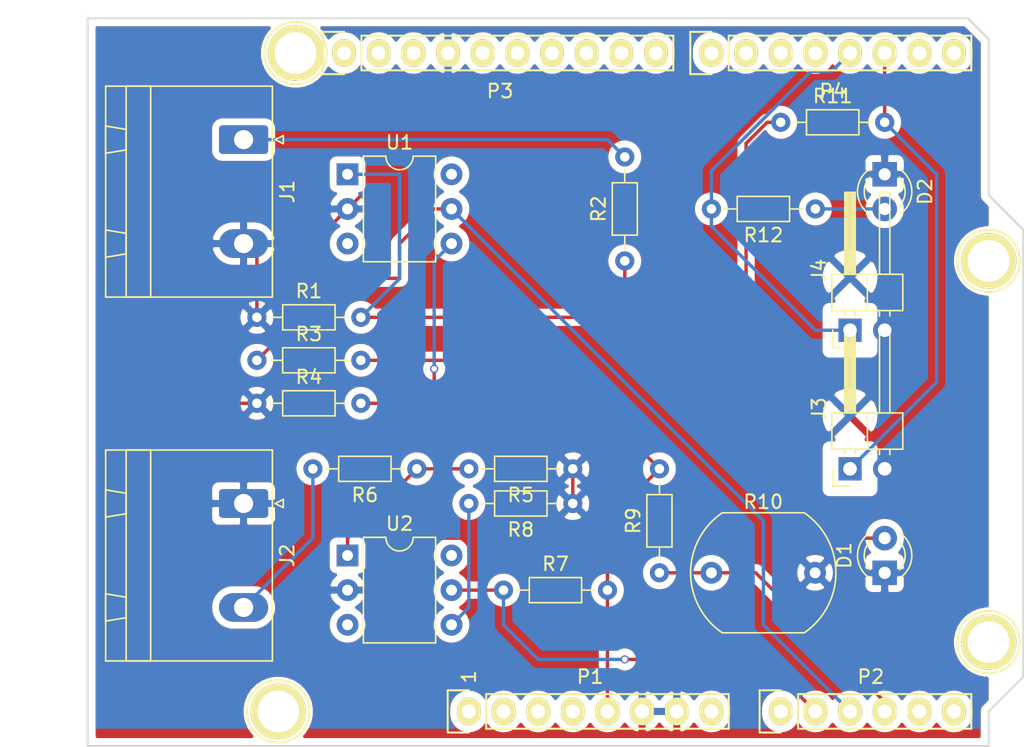
<source format=kicad_pcb>
(kicad_pcb (version 20171130) (host pcbnew "(5.1.9)-1")
  (title_block (date "lun. 30 mars 2015"))
  (layers (0 F.Cu signal) (31 B.Cu signal) (34 B.Paste user) (35 F.Paste user) (36 B.SilkS user) (37 F.SilkS user) (38 B.Mask user) (39 F.Mask user) (44 Edge.Cuts user))
  (net 0 "")
  (net 1 /IOREF)
  (net 2 /Reset)
  (net 3 +5V)
  (net 4 GND)
  (net 5 /Vin)
  (net 6 /A0)
  (net 7 /A3)
  (net 8 /AREF)
  (net 9 "/A4(SDA)")
  (net 10 "/A5(SCL)")
  (net 11 "/9(**)")
  (net 12 /8)
  (net 13 /7)
  (net 14 "/6(**)")
  (net 15 "/5(**)")
  (net 16 /4)
  (net 17 "/3(**)")
  (net 18 /2)
  (net 19 "/1(Tx)")
  (net 20 "/0(Rx)")
  (net 21 "Net-(P5-Pad1)")
  (net 22 "Net-(P6-Pad1)")
  (net 23 "Net-(P7-Pad1)")
  (net 24 "Net-(P8-Pad1)")
  (net 25 "/13(SCK)")
  (net 26 "/10(**/SS)")
  (net 27 "Net-(P1-Pad1)")
  (net 28 +3V3)
  (net 29 "/12(MISO)")
  (net 30 "/11(**/MOSI)")
  (net 31 output_ref)
  (net 32 input_ref)
  (net 33 "Net-(R1-Pad2)")
  (net 34 "Net-(R4-Pad2)")
  (net 35 "Net-(U1-Pad3)")
  (net 36 "Net-(U1-Pad6)")
  (net 37 "Net-(U2-Pad6)")
  (net 38 "Net-(U2-Pad3)")
  (net 39 "Net-(R8-Pad2)")
  (net 40 "Net-(R5-Pad2)")
  (net 41 "Net-(D1-Pad2)")
  (net 42 "Net-(D2-Pad2)")
  (net 43 "Net-(J1-Pad1)")
  (net 44 "Net-(J2-Pad2)")
  (module Socket_Arduino_Uno:Socket_Strip_Arduino_1x08 (layer F.Cu) (at 138.938 123.825)
    (fp_text reference P1 (at 8.89 -2.54) (layer F.SilkS))
    (fp_text value Power)
    (fp_line (start 1.27 1.27) (end 19.05 1.27) (layer F.SilkS) (width 0.15))
    (fp_line (start 19.05 1.27) (end 19.05 -1.27) (layer F.SilkS) (width 0.15))
    (fp_line (start 19.05 -1.27) (end 1.27 -1.27) (layer F.SilkS) (width 0.15))
    (fp_line (start -1.55 1.55) (end 0 1.55) (layer F.SilkS) (width 0.15))
    (fp_line (start 1.27 1.27) (end 1.27 -1.27) (layer F.SilkS) (width 0.15))
    (fp_line (start 0 -1.55) (end -1.55 -1.55) (layer F.SilkS) (width 0.15))
    (fp_line (start -1.55 -1.55) (end -1.55 1.55) (layer F.SilkS) (width 0.15))
    (pad 1 thru_hole oval (at 0 0) (size 1.7272 2.032) (drill 1.016) (layers *.Cu *.Mask F.SilkS) (net 27 "Net-(P1-Pad1)"))
    (pad 2 thru_hole oval (at 2.54 0) (size 1.7272 2.032) (drill 1.016) (layers *.Cu *.Mask F.SilkS) (net 1 /IOREF))
    (pad 3 thru_hole oval (at 5.08 0) (size 1.7272 2.032) (drill 1.016) (layers *.Cu *.Mask F.SilkS) (net 2 /Reset))
    (pad 4 thru_hole oval (at 7.62 0) (size 1.7272 2.032) (drill 1.016) (layers *.Cu *.Mask F.SilkS) (net 28 +3V3))
    (pad 5 thru_hole oval (at 10.16 0) (size 1.7272 2.032) (drill 1.016) (layers *.Cu *.Mask F.SilkS) (net 3 +5V))
    (pad 6 thru_hole oval (at 12.7 0) (size 1.7272 2.032) (drill 1.016) (layers *.Cu *.Mask F.SilkS) (net 4 GND))
    (pad 7 thru_hole oval (at 15.24 0) (size 1.7272 2.032) (drill 1.016) (layers *.Cu *.Mask F.SilkS) (net 4 GND))
    (pad 8 thru_hole oval (at 17.78 0) (size 1.7272 2.032) (drill 1.016) (layers *.Cu *.Mask F.SilkS) (net 5 /Vin))
  )
  (module Socket_Arduino_Uno:Socket_Strip_Arduino_1x06 (layer F.Cu) (at 161.798 123.825)
    (fp_text reference P2 (at 6.604 -2.54) (layer F.SilkS))
    (fp_text value Analog)
    (fp_line (start 1.27 1.27) (end 13.97 1.27) (layer F.SilkS) (width 0.15))
    (fp_line (start 13.97 1.27) (end 13.97 -1.27) (layer F.SilkS) (width 0.15))
    (fp_line (start 13.97 -1.27) (end 1.27 -1.27) (layer F.SilkS) (width 0.15))
    (fp_line (start -1.55 1.55) (end 0 1.55) (layer F.SilkS) (width 0.15))
    (fp_line (start 1.27 1.27) (end 1.27 -1.27) (layer F.SilkS) (width 0.15))
    (fp_line (start 0 -1.55) (end -1.55 -1.55) (layer F.SilkS) (width 0.15))
    (fp_line (start -1.55 -1.55) (end -1.55 1.55) (layer F.SilkS) (width 0.15))
    (pad 1 thru_hole oval (at 0 0) (size 1.7272 2.032) (drill 1.016) (layers *.Cu *.Mask F.SilkS) (net 6 /A0))
    (pad 2 thru_hole oval (at 2.54 0) (size 1.7272 2.032) (drill 1.016) (layers *.Cu *.Mask F.SilkS) (net 31 output_ref))
    (pad 3 thru_hole oval (at 5.08 0) (size 1.7272 2.032) (drill 1.016) (layers *.Cu *.Mask F.SilkS) (net 32 input_ref))
    (pad 4 thru_hole oval (at 7.62 0) (size 1.7272 2.032) (drill 1.016) (layers *.Cu *.Mask F.SilkS) (net 7 /A3))
    (pad 5 thru_hole oval (at 10.16 0) (size 1.7272 2.032) (drill 1.016) (layers *.Cu *.Mask F.SilkS) (net 9 "/A4(SDA)"))
    (pad 6 thru_hole oval (at 12.7 0) (size 1.7272 2.032) (drill 1.016) (layers *.Cu *.Mask F.SilkS) (net 10 "/A5(SCL)"))
  )
  (module Socket_Arduino_Uno:Socket_Strip_Arduino_1x10 (layer F.Cu) (at 129.794 75.565)
    (fp_text reference P3 (at 11.43 2.794) (layer F.SilkS))
    (fp_text value Digital)
    (fp_line (start 1.27 1.27) (end 24.13 1.27) (layer F.SilkS) (width 0.15))
    (fp_line (start 24.13 1.27) (end 24.13 -1.27) (layer F.SilkS) (width 0.15))
    (fp_line (start 24.13 -1.27) (end 1.27 -1.27) (layer F.SilkS) (width 0.15))
    (fp_line (start -1.55 1.55) (end 0 1.55) (layer F.SilkS) (width 0.15))
    (fp_line (start 1.27 1.27) (end 1.27 -1.27) (layer F.SilkS) (width 0.15))
    (fp_line (start 0 -1.55) (end -1.55 -1.55) (layer F.SilkS) (width 0.15))
    (fp_line (start -1.55 -1.55) (end -1.55 1.55) (layer F.SilkS) (width 0.15))
    (pad 1 thru_hole oval (at 0 0) (size 1.7272 2.032) (drill 1.016) (layers *.Cu *.Mask F.SilkS) (net 10 "/A5(SCL)"))
    (pad 2 thru_hole oval (at 2.54 0) (size 1.7272 2.032) (drill 1.016) (layers *.Cu *.Mask F.SilkS) (net 9 "/A4(SDA)"))
    (pad 3 thru_hole oval (at 5.08 0) (size 1.7272 2.032) (drill 1.016) (layers *.Cu *.Mask F.SilkS) (net 8 /AREF))
    (pad 4 thru_hole oval (at 7.62 0) (size 1.7272 2.032) (drill 1.016) (layers *.Cu *.Mask F.SilkS) (net 4 GND))
    (pad 5 thru_hole oval (at 10.16 0) (size 1.7272 2.032) (drill 1.016) (layers *.Cu *.Mask F.SilkS) (net 25 "/13(SCK)"))
    (pad 6 thru_hole oval (at 12.7 0) (size 1.7272 2.032) (drill 1.016) (layers *.Cu *.Mask F.SilkS) (net 29 "/12(MISO)"))
    (pad 7 thru_hole oval (at 15.24 0) (size 1.7272 2.032) (drill 1.016) (layers *.Cu *.Mask F.SilkS) (net 30 "/11(**/MOSI)"))
    (pad 8 thru_hole oval (at 17.78 0) (size 1.7272 2.032) (drill 1.016) (layers *.Cu *.Mask F.SilkS) (net 26 "/10(**/SS)"))
    (pad 9 thru_hole oval (at 20.32 0) (size 1.7272 2.032) (drill 1.016) (layers *.Cu *.Mask F.SilkS) (net 11 "/9(**)"))
    (pad 10 thru_hole oval (at 22.86 0) (size 1.7272 2.032) (drill 1.016) (layers *.Cu *.Mask F.SilkS) (net 12 /8))
  )
  (module Socket_Arduino_Uno:Socket_Strip_Arduino_1x08 (layer F.Cu) (at 156.718 75.565)
    (fp_text reference P4 (at 8.89 2.794) (layer F.SilkS))
    (fp_text value Digital)
    (fp_line (start 1.27 1.27) (end 19.05 1.27) (layer F.SilkS) (width 0.15))
    (fp_line (start 19.05 1.27) (end 19.05 -1.27) (layer F.SilkS) (width 0.15))
    (fp_line (start 19.05 -1.27) (end 1.27 -1.27) (layer F.SilkS) (width 0.15))
    (fp_line (start -1.55 1.55) (end 0 1.55) (layer F.SilkS) (width 0.15))
    (fp_line (start 1.27 1.27) (end 1.27 -1.27) (layer F.SilkS) (width 0.15))
    (fp_line (start 0 -1.55) (end -1.55 -1.55) (layer F.SilkS) (width 0.15))
    (fp_line (start -1.55 -1.55) (end -1.55 1.55) (layer F.SilkS) (width 0.15))
    (pad 1 thru_hole oval (at 0 0) (size 1.7272 2.032) (drill 1.016) (layers *.Cu *.Mask F.SilkS) (net 13 /7))
    (pad 2 thru_hole oval (at 2.54 0) (size 1.7272 2.032) (drill 1.016) (layers *.Cu *.Mask F.SilkS) (net 14 "/6(**)"))
    (pad 3 thru_hole oval (at 5.08 0) (size 1.7272 2.032) (drill 1.016) (layers *.Cu *.Mask F.SilkS) (net 15 "/5(**)"))
    (pad 4 thru_hole oval (at 7.62 0) (size 1.7272 2.032) (drill 1.016) (layers *.Cu *.Mask F.SilkS) (net 16 /4))
    (pad 5 thru_hole oval (at 10.16 0) (size 1.7272 2.032) (drill 1.016) (layers *.Cu *.Mask F.SilkS) (net 17 "/3(**)"))
    (pad 6 thru_hole oval (at 12.7 0) (size 1.7272 2.032) (drill 1.016) (layers *.Cu *.Mask F.SilkS) (net 18 /2))
    (pad 7 thru_hole oval (at 15.24 0) (size 1.7272 2.032) (drill 1.016) (layers *.Cu *.Mask F.SilkS) (net 19 "/1(Tx)"))
    (pad 8 thru_hole oval (at 17.78 0) (size 1.7272 2.032) (drill 1.016) (layers *.Cu *.Mask F.SilkS) (net 20 "/0(Rx)"))
  )
  (module Socket_Arduino_Uno:Arduino_1pin (layer F.Cu) (at 124.968 123.825)
    (fp_text reference P5 hide)
    (fp_text value CONN_01X01 hide)
    (fp_circle (center 0 0) (end 0 -2.286) (layer F.SilkS) (width 0.15))
    (pad 1 thru_hole circle (at 0 0) (size 4.064 4.064) (drill 3.048) (layers *.Cu *.Mask F.SilkS) (net 21 "Net-(P5-Pad1)"))
  )
  (module Socket_Arduino_Uno:Arduino_1pin (layer F.Cu) (at 177.038 118.745)
    (fp_text reference P6 hide)
    (fp_text value CONN_01X01 hide)
    (fp_circle (center 0 0) (end 0 -2.286) (layer F.SilkS) (width 0.15))
    (pad 1 thru_hole circle (at 0 0) (size 4.064 4.064) (drill 3.048) (layers *.Cu *.Mask F.SilkS) (net 22 "Net-(P6-Pad1)"))
  )
  (module Socket_Arduino_Uno:Arduino_1pin (layer F.Cu) (at 126.238 75.565)
    (fp_text reference P7 hide)
    (fp_text value CONN_01X01 hide)
    (fp_circle (center 0 0) (end 0 -2.286) (layer F.SilkS) (width 0.15))
    (pad 1 thru_hole circle (at 0 0) (size 4.064 4.064) (drill 3.048) (layers *.Cu *.Mask F.SilkS) (net 23 "Net-(P7-Pad1)"))
  )
  (module Socket_Arduino_Uno:Arduino_1pin (layer F.Cu) (at 177.038 90.805)
    (fp_text reference P8 hide)
    (fp_text value CONN_01X01 hide)
    (fp_circle (center 0 0) (end 0 -2.286) (layer F.SilkS) (width 0.15))
    (pad 1 thru_hole circle (at 0 0) (size 4.064 4.064) (drill 3.048) (layers *.Cu *.Mask F.SilkS) (net 24 "Net-(P8-Pad1)"))
  )
  (module OptoDevice:R_LDR_10x8.5mm_P7.6mm_Vertical (layer F.Cu) (at 156.718 113.665)
    (fp_text reference R10 (at 3.8 -5.2) (layer F.SilkS))
    (fp_text value LDR03)
    (fp_line (start 0.8 4.4) (end 6.8 4.4) (layer F.SilkS) (width 0.12))
    (fp_line (start 0.8 -4.4) (end 6.8 -4.4) (layer F.SilkS) (width 0.12))
    (fp_arc (start 3.8 0) (end 0.8 4.4) (angle 111) (layer F.SilkS) (width 0.12))
    (fp_arc (start 3.8 0) (end 6.8 -4.4) (angle 111) (layer F.SilkS) (width 0.12))
    (pad 1 thru_hole circle (at 0 0) (size 1.6 1.6) (drill 0.8) (layers *.Cu *.Mask) (net 7 /A3))
    (pad 2 thru_hole circle (at 7.6 0) (size 1.6 1.6) (drill 0.8) (layers *.Cu *.Mask) (net 4 GND))
  )
  (module Connector_PinHeader_2.54mm:PinHeader_1x02_P2.54mm_Horizontal (layer F.Cu) (at 166.878 106.045 90)
    (fp_text reference J3 (at 4.385 -2.27 90) (layer F.SilkS))
    (fp_text value Conn_01x02)
    (fp_line (start 1.44 -1.33) (end 1.44 3.87) (layer F.SilkS) (width 0.12))
    (fp_line (start 1.44 3.87) (end 4.1 3.87) (layer F.SilkS) (width 0.12))
    (fp_line (start 4.1 3.87) (end 4.1 -1.33) (layer F.SilkS) (width 0.12))
    (fp_line (start 4.1 -1.33) (end 1.44 -1.33) (layer F.SilkS) (width 0.12))
    (fp_line (start 4.1 -0.38) (end 10.1 -0.38) (layer F.SilkS) (width 0.12))
    (fp_line (start 10.1 -0.38) (end 10.1 0.38) (layer F.SilkS) (width 0.12))
    (fp_line (start 10.1 0.38) (end 4.1 0.38) (layer F.SilkS) (width 0.12))
    (fp_line (start 4.1 -0.32) (end 10.1 -0.32) (layer F.SilkS) (width 0.12))
    (fp_line (start 4.1 -0.2) (end 10.1 -0.2) (layer F.SilkS) (width 0.12))
    (fp_line (start 4.1 -0.08) (end 10.1 -0.08) (layer F.SilkS) (width 0.12))
    (fp_line (start 4.1 0.04) (end 10.1 0.04) (layer F.SilkS) (width 0.12))
    (fp_line (start 4.1 0.16) (end 10.1 0.16) (layer F.SilkS) (width 0.12))
    (fp_line (start 4.1 0.28) (end 10.1 0.28) (layer F.SilkS) (width 0.12))
    (fp_line (start 1.11 -0.38) (end 1.44 -0.38) (layer F.SilkS) (width 0.12))
    (fp_line (start 1.11 0.38) (end 1.44 0.38) (layer F.SilkS) (width 0.12))
    (fp_line (start 1.44 1.27) (end 4.1 1.27) (layer F.SilkS) (width 0.12))
    (fp_line (start 4.1 2.16) (end 10.1 2.16) (layer F.SilkS) (width 0.12))
    (fp_line (start 10.1 2.16) (end 10.1 2.92) (layer F.SilkS) (width 0.12))
    (fp_line (start 10.1 2.92) (end 4.1 2.92) (layer F.SilkS) (width 0.12))
    (fp_line (start 1.042929 2.16) (end 1.44 2.16) (layer F.SilkS) (width 0.12))
    (fp_line (start 1.042929 2.92) (end 1.44 2.92) (layer F.SilkS) (width 0.12))
    (fp_line (start -1.27 0) (end -1.27 -1.27) (layer F.SilkS) (width 0.12))
    (fp_line (start -1.27 -1.27) (end 0 -1.27) (layer F.SilkS) (width 0.12))
    (pad 2 thru_hole oval (at 0 2.54 90) (size 1.7 1.7) (drill 1) (layers *.Cu *.Mask) (net 4 GND))
    (pad 1 thru_hole rect (at 0 0 90) (size 1.7 1.7) (drill 1) (layers *.Cu *.Mask) (net 18 /2))
  )
  (module Connector_PinHeader_2.54mm:PinHeader_1x02_P2.54mm_Horizontal (layer F.Cu) (at 166.878 95.885 90)
    (fp_text reference J4 (at 4.385 -2.27 90) (layer F.SilkS))
    (fp_text value Conn_01x02)
    (fp_line (start -1.27 -1.27) (end 0 -1.27) (layer F.SilkS) (width 0.12))
    (fp_line (start -1.27 0) (end -1.27 -1.27) (layer F.SilkS) (width 0.12))
    (fp_line (start 1.042929 2.92) (end 1.44 2.92) (layer F.SilkS) (width 0.12))
    (fp_line (start 1.042929 2.16) (end 1.44 2.16) (layer F.SilkS) (width 0.12))
    (fp_line (start 10.1 2.92) (end 4.1 2.92) (layer F.SilkS) (width 0.12))
    (fp_line (start 10.1 2.16) (end 10.1 2.92) (layer F.SilkS) (width 0.12))
    (fp_line (start 4.1 2.16) (end 10.1 2.16) (layer F.SilkS) (width 0.12))
    (fp_line (start 1.44 1.27) (end 4.1 1.27) (layer F.SilkS) (width 0.12))
    (fp_line (start 1.11 0.38) (end 1.44 0.38) (layer F.SilkS) (width 0.12))
    (fp_line (start 1.11 -0.38) (end 1.44 -0.38) (layer F.SilkS) (width 0.12))
    (fp_line (start 4.1 0.28) (end 10.1 0.28) (layer F.SilkS) (width 0.12))
    (fp_line (start 4.1 0.16) (end 10.1 0.16) (layer F.SilkS) (width 0.12))
    (fp_line (start 4.1 0.04) (end 10.1 0.04) (layer F.SilkS) (width 0.12))
    (fp_line (start 4.1 -0.08) (end 10.1 -0.08) (layer F.SilkS) (width 0.12))
    (fp_line (start 4.1 -0.2) (end 10.1 -0.2) (layer F.SilkS) (width 0.12))
    (fp_line (start 4.1 -0.32) (end 10.1 -0.32) (layer F.SilkS) (width 0.12))
    (fp_line (start 10.1 0.38) (end 4.1 0.38) (layer F.SilkS) (width 0.12))
    (fp_line (start 10.1 -0.38) (end 10.1 0.38) (layer F.SilkS) (width 0.12))
    (fp_line (start 4.1 -0.38) (end 10.1 -0.38) (layer F.SilkS) (width 0.12))
    (fp_line (start 4.1 -1.33) (end 1.44 -1.33) (layer F.SilkS) (width 0.12))
    (fp_line (start 4.1 3.87) (end 4.1 -1.33) (layer F.SilkS) (width 0.12))
    (fp_line (start 1.44 3.87) (end 4.1 3.87) (layer F.SilkS) (width 0.12))
    (fp_line (start 1.44 -1.33) (end 1.44 3.87) (layer F.SilkS) (width 0.12))
    (pad 1 thru_hole rect (at 0 0 90) (size 1.7 1.7) (drill 1) (layers *.Cu *.Mask) (net 17 "/3(**)"))
    (pad 2 thru_hole oval (at 0 2.54 90) (size 1.7 1.7) (drill 1) (layers *.Cu *.Mask) (net 4 GND))
  )
  (module Resistor_THT:R_Axial_DIN0204_L3.6mm_D1.6mm_P7.62mm_Horizontal (layer F.Cu) (at 123.403001 101.240001)
    (fp_text reference R4 (at 3.81 -1.92) (layer F.SilkS))
    (fp_text value R)
    (fp_line (start 1.89 -0.92) (end 1.89 0.92) (layer F.SilkS) (width 0.12))
    (fp_line (start 1.89 0.92) (end 5.73 0.92) (layer F.SilkS) (width 0.12))
    (fp_line (start 5.73 0.92) (end 5.73 -0.92) (layer F.SilkS) (width 0.12))
    (fp_line (start 5.73 -0.92) (end 1.89 -0.92) (layer F.SilkS) (width 0.12))
    (fp_line (start 0.94 0) (end 1.89 0) (layer F.SilkS) (width 0.12))
    (fp_line (start 6.68 0) (end 5.73 0) (layer F.SilkS) (width 0.12))
    (pad 2 thru_hole oval (at 7.62 0) (size 1.4 1.4) (drill 0.7) (layers *.Cu *.Mask) (net 34 "Net-(R4-Pad2)"))
    (pad 1 thru_hole circle (at 0 0) (size 1.4 1.4) (drill 0.7) (layers *.Cu *.Mask) (net 4 GND))
  )
  (module Resistor_THT:R_Axial_DIN0204_L3.6mm_D1.6mm_P7.62mm_Horizontal (layer F.Cu) (at 146.558 106.045 180)
    (fp_text reference R5 (at 3.81 -1.92) (layer F.SilkS))
    (fp_text value R)
    (fp_line (start 1.89 -0.92) (end 1.89 0.92) (layer F.SilkS) (width 0.12))
    (fp_line (start 1.89 0.92) (end 5.73 0.92) (layer F.SilkS) (width 0.12))
    (fp_line (start 5.73 0.92) (end 5.73 -0.92) (layer F.SilkS) (width 0.12))
    (fp_line (start 5.73 -0.92) (end 1.89 -0.92) (layer F.SilkS) (width 0.12))
    (fp_line (start 0.94 0) (end 1.89 0) (layer F.SilkS) (width 0.12))
    (fp_line (start 6.68 0) (end 5.73 0) (layer F.SilkS) (width 0.12))
    (pad 2 thru_hole oval (at 7.62 0 180) (size 1.4 1.4) (drill 0.7) (layers *.Cu *.Mask) (net 40 "Net-(R5-Pad2)"))
    (pad 1 thru_hole circle (at 0 0 180) (size 1.4 1.4) (drill 0.7) (layers *.Cu *.Mask) (net 4 GND))
  )
  (module Resistor_THT:R_Axial_DIN0204_L3.6mm_D1.6mm_P7.62mm_Horizontal (layer F.Cu) (at 146.558 108.585 180)
    (fp_text reference R8 (at 3.81 -1.92) (layer F.SilkS))
    (fp_text value R)
    (fp_line (start 6.68 0) (end 5.73 0) (layer F.SilkS) (width 0.12))
    (fp_line (start 0.94 0) (end 1.89 0) (layer F.SilkS) (width 0.12))
    (fp_line (start 5.73 -0.92) (end 1.89 -0.92) (layer F.SilkS) (width 0.12))
    (fp_line (start 5.73 0.92) (end 5.73 -0.92) (layer F.SilkS) (width 0.12))
    (fp_line (start 1.89 0.92) (end 5.73 0.92) (layer F.SilkS) (width 0.12))
    (fp_line (start 1.89 -0.92) (end 1.89 0.92) (layer F.SilkS) (width 0.12))
    (pad 1 thru_hole circle (at 0 0 180) (size 1.4 1.4) (drill 0.7) (layers *.Cu *.Mask) (net 4 GND))
    (pad 2 thru_hole oval (at 7.62 0 180) (size 1.4 1.4) (drill 0.7) (layers *.Cu *.Mask) (net 39 "Net-(R8-Pad2)"))
  )
  (module Resistor_THT:R_Axial_DIN0204_L3.6mm_D1.6mm_P7.62mm_Horizontal (layer F.Cu) (at 164.338 86.995 180)
    (fp_text reference R12 (at 3.81 -1.92) (layer F.SilkS))
    (fp_text value R)
    (fp_line (start 6.68 0) (end 5.73 0) (layer F.SilkS) (width 0.12))
    (fp_line (start 0.94 0) (end 1.89 0) (layer F.SilkS) (width 0.12))
    (fp_line (start 5.73 -0.92) (end 1.89 -0.92) (layer F.SilkS) (width 0.12))
    (fp_line (start 5.73 0.92) (end 5.73 -0.92) (layer F.SilkS) (width 0.12))
    (fp_line (start 1.89 0.92) (end 5.73 0.92) (layer F.SilkS) (width 0.12))
    (fp_line (start 1.89 -0.92) (end 1.89 0.92) (layer F.SilkS) (width 0.12))
    (pad 1 thru_hole circle (at 0 0 180) (size 1.4 1.4) (drill 0.7) (layers *.Cu *.Mask) (net 42 "Net-(D2-Pad2)"))
    (pad 2 thru_hole oval (at 7.62 0 180) (size 1.4 1.4) (drill 0.7) (layers *.Cu *.Mask) (net 17 "/3(**)"))
  )
  (module LED_THT:LED_D3.0mm_FlatTop (layer F.Cu) (at 169.418 113.665 90)
    (fp_text reference D1 (at 1.27 -2.96 90) (layer F.SilkS))
    (fp_text value LED)
    (fp_arc (start 1.27 0) (end 0.229039 1.08) (angle -87.9) (layer F.SilkS) (width 0.12))
    (fp_arc (start 1.27 0) (end 0.229039 -1.08) (angle 87.9) (layer F.SilkS) (width 0.12))
    (fp_arc (start 1.27 0) (end -0.29 1.235516) (angle -108.8) (layer F.SilkS) (width 0.12))
    (fp_arc (start 1.27 0) (end -0.29 -1.235516) (angle 108.8) (layer F.SilkS) (width 0.12))
    (fp_line (start -0.29 -1.236) (end -0.29 -1.08) (layer F.SilkS) (width 0.12))
    (fp_line (start -0.29 1.08) (end -0.29 1.236) (layer F.SilkS) (width 0.12))
    (pad 2 thru_hole circle (at 2.54 0 90) (size 1.8 1.8) (drill 0.9) (layers *.Cu *.Mask) (net 41 "Net-(D1-Pad2)"))
    (pad 1 thru_hole rect (at 0 0 90) (size 1.8 1.8) (drill 0.9) (layers *.Cu *.Mask) (net 4 GND))
  )
  (module LED_THT:LED_D3.0mm_FlatTop (layer F.Cu) (at 169.418 84.455 270)
    (fp_text reference D2 (at 1.27 -2.96 90) (layer F.SilkS))
    (fp_text value LED)
    (fp_line (start -0.29 1.08) (end -0.29 1.236) (layer F.SilkS) (width 0.12))
    (fp_line (start -0.29 -1.236) (end -0.29 -1.08) (layer F.SilkS) (width 0.12))
    (fp_arc (start 1.27 0) (end -0.29 -1.235516) (angle 108.8) (layer F.SilkS) (width 0.12))
    (fp_arc (start 1.27 0) (end -0.29 1.235516) (angle -108.8) (layer F.SilkS) (width 0.12))
    (fp_arc (start 1.27 0) (end 0.229039 -1.08) (angle 87.9) (layer F.SilkS) (width 0.12))
    (fp_arc (start 1.27 0) (end 0.229039 1.08) (angle -87.9) (layer F.SilkS) (width 0.12))
    (pad 1 thru_hole rect (at 0 0 270) (size 1.8 1.8) (drill 0.9) (layers *.Cu *.Mask) (net 4 GND))
    (pad 2 thru_hole circle (at 2.54 0 270) (size 1.8 1.8) (drill 0.9) (layers *.Cu *.Mask) (net 42 "Net-(D2-Pad2)"))
  )
  (module Connector_Phoenix_GMSTB:PhoenixContact_GMSTBA_2,5_2-G-7,62_1x02_P7.62mm_Horizontal (layer F.Cu) (at 122.428 81.915 270)
    (fp_text reference J1 (at 3.81 -3.2 90) (layer F.SilkS))
    (fp_text value Conn_01x02)
    (fp_line (start -3.92 -2.11) (end -3.92 10.11) (layer F.SilkS) (width 0.12))
    (fp_line (start -3.92 10.11) (end 11.54 10.11) (layer F.SilkS) (width 0.12))
    (fp_line (start 11.54 10.11) (end 11.54 -2.11) (layer F.SilkS) (width 0.12))
    (fp_line (start 11.54 -2.11) (end -3.92 -2.11) (layer F.SilkS) (width 0.12))
    (fp_line (start -3.92 8.61) (end -3.92 6.81) (layer F.SilkS) (width 0.12))
    (fp_line (start -3.92 6.81) (end 11.54 6.81) (layer F.SilkS) (width 0.12))
    (fp_line (start 11.54 6.81) (end 11.54 8.61) (layer F.SilkS) (width 0.12))
    (fp_line (start 11.54 8.61) (end -3.92 8.61) (layer F.SilkS) (width 0.12))
    (fp_line (start -1 10.11) (end 1 10.11) (layer F.SilkS) (width 0.12))
    (fp_line (start 1 10.11) (end 0.75 8.61) (layer F.SilkS) (width 0.12))
    (fp_line (start 0.75 8.61) (end -0.75 8.61) (layer F.SilkS) (width 0.12))
    (fp_line (start -0.75 8.61) (end -1 10.11) (layer F.SilkS) (width 0.12))
    (fp_line (start 6.62 10.11) (end 8.62 10.11) (layer F.SilkS) (width 0.12))
    (fp_line (start 8.62 10.11) (end 8.37 8.61) (layer F.SilkS) (width 0.12))
    (fp_line (start 8.37 8.61) (end 6.87 8.61) (layer F.SilkS) (width 0.12))
    (fp_line (start 6.87 8.61) (end 6.62 10.11) (layer F.SilkS) (width 0.12))
    (fp_line (start 0.3 -2.91) (end 0 -2.31) (layer F.SilkS) (width 0.12))
    (fp_line (start 0 -2.31) (end -0.3 -2.91) (layer F.SilkS) (width 0.12))
    (fp_line (start -0.3 -2.91) (end 0.3 -2.91) (layer F.SilkS) (width 0.12))
    (pad 2 thru_hole oval (at 7.62 0 270) (size 2.1 3.6) (drill 1.4) (layers *.Cu *.Mask) (net 4 GND))
    (pad 1 thru_hole roundrect (at 0 0 270) (size 2.1 3.6) (drill 1.4) (layers *.Cu *.Mask) (roundrect_rratio 0.119048) (net 43 "Net-(J1-Pad1)"))
  )
  (module Connector_Phoenix_GMSTB:PhoenixContact_GMSTBA_2,5_2-G-7,62_1x02_P7.62mm_Horizontal (layer F.Cu) (at 122.428 108.585 270)
    (fp_text reference J2 (at 3.81 -3.2 90) (layer F.SilkS))
    (fp_text value Conn_01x02)
    (fp_line (start -0.3 -2.91) (end 0.3 -2.91) (layer F.SilkS) (width 0.12))
    (fp_line (start 0 -2.31) (end -0.3 -2.91) (layer F.SilkS) (width 0.12))
    (fp_line (start 0.3 -2.91) (end 0 -2.31) (layer F.SilkS) (width 0.12))
    (fp_line (start 6.87 8.61) (end 6.62 10.11) (layer F.SilkS) (width 0.12))
    (fp_line (start 8.37 8.61) (end 6.87 8.61) (layer F.SilkS) (width 0.12))
    (fp_line (start 8.62 10.11) (end 8.37 8.61) (layer F.SilkS) (width 0.12))
    (fp_line (start 6.62 10.11) (end 8.62 10.11) (layer F.SilkS) (width 0.12))
    (fp_line (start -0.75 8.61) (end -1 10.11) (layer F.SilkS) (width 0.12))
    (fp_line (start 0.75 8.61) (end -0.75 8.61) (layer F.SilkS) (width 0.12))
    (fp_line (start 1 10.11) (end 0.75 8.61) (layer F.SilkS) (width 0.12))
    (fp_line (start -1 10.11) (end 1 10.11) (layer F.SilkS) (width 0.12))
    (fp_line (start 11.54 8.61) (end -3.92 8.61) (layer F.SilkS) (width 0.12))
    (fp_line (start 11.54 6.81) (end 11.54 8.61) (layer F.SilkS) (width 0.12))
    (fp_line (start -3.92 6.81) (end 11.54 6.81) (layer F.SilkS) (width 0.12))
    (fp_line (start -3.92 8.61) (end -3.92 6.81) (layer F.SilkS) (width 0.12))
    (fp_line (start 11.54 -2.11) (end -3.92 -2.11) (layer F.SilkS) (width 0.12))
    (fp_line (start 11.54 10.11) (end 11.54 -2.11) (layer F.SilkS) (width 0.12))
    (fp_line (start -3.92 10.11) (end 11.54 10.11) (layer F.SilkS) (width 0.12))
    (fp_line (start -3.92 -2.11) (end -3.92 10.11) (layer F.SilkS) (width 0.12))
    (pad 1 thru_hole roundrect (at 0 0 270) (size 2.1 3.6) (drill 1.4) (layers *.Cu *.Mask) (roundrect_rratio 0.119048) (net 4 GND))
    (pad 2 thru_hole oval (at 7.62 0 270) (size 2.1 3.6) (drill 1.4) (layers *.Cu *.Mask) (net 44 "Net-(J2-Pad2)"))
  )
  (module Resistor_THT:R_Axial_DIN0204_L3.6mm_D1.6mm_P7.62mm_Horizontal (layer F.Cu) (at 123.403001 94.940001)
    (fp_text reference R1 (at 3.81 -1.92) (layer F.SilkS))
    (fp_text value R)
    (fp_line (start 6.68 0) (end 5.73 0) (layer F.SilkS) (width 0.12))
    (fp_line (start 0.94 0) (end 1.89 0) (layer F.SilkS) (width 0.12))
    (fp_line (start 5.73 -0.92) (end 1.89 -0.92) (layer F.SilkS) (width 0.12))
    (fp_line (start 5.73 0.92) (end 5.73 -0.92) (layer F.SilkS) (width 0.12))
    (fp_line (start 1.89 0.92) (end 5.73 0.92) (layer F.SilkS) (width 0.12))
    (fp_line (start 1.89 -0.92) (end 1.89 0.92) (layer F.SilkS) (width 0.12))
    (pad 1 thru_hole circle (at 0 0) (size 1.4 1.4) (drill 0.7) (layers *.Cu *.Mask) (net 4 GND))
    (pad 2 thru_hole oval (at 7.62 0) (size 1.4 1.4) (drill 0.7) (layers *.Cu *.Mask) (net 33 "Net-(R1-Pad2)"))
  )
  (module Resistor_THT:R_Axial_DIN0204_L3.6mm_D1.6mm_P7.62mm_Horizontal (layer F.Cu) (at 150.368 90.805 90)
    (fp_text reference R2 (at 3.81 -1.92 90) (layer F.SilkS))
    (fp_text value R)
    (fp_line (start 1.89 -0.92) (end 1.89 0.92) (layer F.SilkS) (width 0.12))
    (fp_line (start 1.89 0.92) (end 5.73 0.92) (layer F.SilkS) (width 0.12))
    (fp_line (start 5.73 0.92) (end 5.73 -0.92) (layer F.SilkS) (width 0.12))
    (fp_line (start 5.73 -0.92) (end 1.89 -0.92) (layer F.SilkS) (width 0.12))
    (fp_line (start 0.94 0) (end 1.89 0) (layer F.SilkS) (width 0.12))
    (fp_line (start 6.68 0) (end 5.73 0) (layer F.SilkS) (width 0.12))
    (pad 2 thru_hole oval (at 7.62 0 90) (size 1.4 1.4) (drill 0.7) (layers *.Cu *.Mask) (net 43 "Net-(J1-Pad1)"))
    (pad 1 thru_hole circle (at 0 0 90) (size 1.4 1.4) (drill 0.7) (layers *.Cu *.Mask) (net 33 "Net-(R1-Pad2)"))
  )
  (module Resistor_THT:R_Axial_DIN0204_L3.6mm_D1.6mm_P7.62mm_Horizontal (layer F.Cu) (at 123.403001 98.090001)
    (fp_text reference R3 (at 3.81 -1.92) (layer F.SilkS))
    (fp_text value R)
    (fp_line (start 6.68 0) (end 5.73 0) (layer F.SilkS) (width 0.12))
    (fp_line (start 0.94 0) (end 1.89 0) (layer F.SilkS) (width 0.12))
    (fp_line (start 5.73 -0.92) (end 1.89 -0.92) (layer F.SilkS) (width 0.12))
    (fp_line (start 5.73 0.92) (end 5.73 -0.92) (layer F.SilkS) (width 0.12))
    (fp_line (start 1.89 0.92) (end 5.73 0.92) (layer F.SilkS) (width 0.12))
    (fp_line (start 1.89 -0.92) (end 1.89 0.92) (layer F.SilkS) (width 0.12))
    (pad 1 thru_hole circle (at 0 0) (size 1.4 1.4) (drill 0.7) (layers *.Cu *.Mask) (net 32 input_ref))
    (pad 2 thru_hole oval (at 7.62 0) (size 1.4 1.4) (drill 0.7) (layers *.Cu *.Mask) (net 3 +5V))
  )
  (module Resistor_THT:R_Axial_DIN0204_L3.6mm_D1.6mm_P7.62mm_Horizontal (layer F.Cu) (at 135.128 106.045 180)
    (fp_text reference R6 (at 3.81 -1.92) (layer F.SilkS))
    (fp_text value R)
    (fp_line (start 6.68 0) (end 5.73 0) (layer F.SilkS) (width 0.12))
    (fp_line (start 0.94 0) (end 1.89 0) (layer F.SilkS) (width 0.12))
    (fp_line (start 5.73 -0.92) (end 1.89 -0.92) (layer F.SilkS) (width 0.12))
    (fp_line (start 5.73 0.92) (end 5.73 -0.92) (layer F.SilkS) (width 0.12))
    (fp_line (start 1.89 0.92) (end 5.73 0.92) (layer F.SilkS) (width 0.12))
    (fp_line (start 1.89 -0.92) (end 1.89 0.92) (layer F.SilkS) (width 0.12))
    (pad 1 thru_hole circle (at 0 0 180) (size 1.4 1.4) (drill 0.7) (layers *.Cu *.Mask) (net 40 "Net-(R5-Pad2)"))
    (pad 2 thru_hole oval (at 7.62 0 180) (size 1.4 1.4) (drill 0.7) (layers *.Cu *.Mask) (net 44 "Net-(J2-Pad2)"))
  )
  (module Resistor_THT:R_Axial_DIN0204_L3.6mm_D1.6mm_P7.62mm_Horizontal (layer F.Cu) (at 141.478 114.935)
    (fp_text reference R7 (at 3.81 -1.92) (layer F.SilkS))
    (fp_text value R)
    (fp_line (start 1.89 -0.92) (end 1.89 0.92) (layer F.SilkS) (width 0.12))
    (fp_line (start 1.89 0.92) (end 5.73 0.92) (layer F.SilkS) (width 0.12))
    (fp_line (start 5.73 0.92) (end 5.73 -0.92) (layer F.SilkS) (width 0.12))
    (fp_line (start 5.73 -0.92) (end 1.89 -0.92) (layer F.SilkS) (width 0.12))
    (fp_line (start 0.94 0) (end 1.89 0) (layer F.SilkS) (width 0.12))
    (fp_line (start 6.68 0) (end 5.73 0) (layer F.SilkS) (width 0.12))
    (pad 2 thru_hole oval (at 7.62 0) (size 1.4 1.4) (drill 0.7) (layers *.Cu *.Mask) (net 3 +5V))
    (pad 1 thru_hole circle (at 0 0) (size 1.4 1.4) (drill 0.7) (layers *.Cu *.Mask) (net 31 output_ref))
  )
  (module Resistor_THT:R_Axial_DIN0204_L3.6mm_D1.6mm_P7.62mm_Horizontal (layer F.Cu) (at 152.908 113.665 90)
    (fp_text reference R9 (at 3.81 -1.92 90) (layer F.SilkS))
    (fp_text value R)
    (fp_line (start 6.68 0) (end 5.73 0) (layer F.SilkS) (width 0.12))
    (fp_line (start 0.94 0) (end 1.89 0) (layer F.SilkS) (width 0.12))
    (fp_line (start 5.73 -0.92) (end 1.89 -0.92) (layer F.SilkS) (width 0.12))
    (fp_line (start 5.73 0.92) (end 5.73 -0.92) (layer F.SilkS) (width 0.12))
    (fp_line (start 1.89 0.92) (end 5.73 0.92) (layer F.SilkS) (width 0.12))
    (fp_line (start 1.89 -0.92) (end 1.89 0.92) (layer F.SilkS) (width 0.12))
    (pad 1 thru_hole circle (at 0 0 90) (size 1.4 1.4) (drill 0.7) (layers *.Cu *.Mask) (net 7 /A3))
    (pad 2 thru_hole oval (at 7.62 0 90) (size 1.4 1.4) (drill 0.7) (layers *.Cu *.Mask) (net 3 +5V))
  )
  (module Resistor_THT:R_Axial_DIN0204_L3.6mm_D1.6mm_P7.62mm_Horizontal (layer F.Cu) (at 161.798 80.645)
    (fp_text reference R11 (at 3.81 -1.92) (layer F.SilkS))
    (fp_text value R)
    (fp_line (start 1.89 -0.92) (end 1.89 0.92) (layer F.SilkS) (width 0.12))
    (fp_line (start 1.89 0.92) (end 5.73 0.92) (layer F.SilkS) (width 0.12))
    (fp_line (start 5.73 0.92) (end 5.73 -0.92) (layer F.SilkS) (width 0.12))
    (fp_line (start 5.73 -0.92) (end 1.89 -0.92) (layer F.SilkS) (width 0.12))
    (fp_line (start 0.94 0) (end 1.89 0) (layer F.SilkS) (width 0.12))
    (fp_line (start 6.68 0) (end 5.73 0) (layer F.SilkS) (width 0.12))
    (pad 2 thru_hole oval (at 7.62 0) (size 1.4 1.4) (drill 0.7) (layers *.Cu *.Mask) (net 18 /2))
    (pad 1 thru_hole circle (at 0 0) (size 1.4 1.4) (drill 0.7) (layers *.Cu *.Mask) (net 41 "Net-(D1-Pad2)"))
  )
  (module Package_DIP:DIP-6_W7.62mm (layer F.Cu) (at 130.048 84.455)
    (fp_text reference U1 (at 3.81 -2.33) (layer F.SilkS))
    (fp_text value 4N25)
    (fp_arc (start 3.81 -1.33) (end 2.81 -1.33) (angle -180) (layer F.SilkS) (width 0.12))
    (fp_line (start 2.81 -1.33) (end 1.16 -1.33) (layer F.SilkS) (width 0.12))
    (fp_line (start 1.16 -1.33) (end 1.16 6.41) (layer F.SilkS) (width 0.12))
    (fp_line (start 1.16 6.41) (end 6.46 6.41) (layer F.SilkS) (width 0.12))
    (fp_line (start 6.46 6.41) (end 6.46 -1.33) (layer F.SilkS) (width 0.12))
    (fp_line (start 6.46 -1.33) (end 4.81 -1.33) (layer F.SilkS) (width 0.12))
    (pad 6 thru_hole oval (at 7.62 0) (size 1.6 1.6) (drill 0.8) (layers *.Cu *.Mask) (net 36 "Net-(U1-Pad6)"))
    (pad 3 thru_hole oval (at 0 5.08) (size 1.6 1.6) (drill 0.8) (layers *.Cu *.Mask) (net 35 "Net-(U1-Pad3)"))
    (pad 5 thru_hole oval (at 7.62 2.54) (size 1.6 1.6) (drill 0.8) (layers *.Cu *.Mask) (net 32 input_ref))
    (pad 2 thru_hole oval (at 0 2.54) (size 1.6 1.6) (drill 0.8) (layers *.Cu *.Mask) (net 4 GND))
    (pad 4 thru_hole oval (at 7.62 5.08) (size 1.6 1.6) (drill 0.8) (layers *.Cu *.Mask) (net 34 "Net-(R4-Pad2)"))
    (pad 1 thru_hole rect (at 0 0) (size 1.6 1.6) (drill 0.8) (layers *.Cu *.Mask) (net 33 "Net-(R1-Pad2)"))
  )
  (module Package_DIP:DIP-6_W7.62mm (layer F.Cu) (at 130.048 112.395)
    (fp_text reference U2 (at 3.81 -2.33) (layer F.SilkS))
    (fp_text value 4N25)
    (fp_line (start 6.46 -1.33) (end 4.81 -1.33) (layer F.SilkS) (width 0.12))
    (fp_line (start 6.46 6.41) (end 6.46 -1.33) (layer F.SilkS) (width 0.12))
    (fp_line (start 1.16 6.41) (end 6.46 6.41) (layer F.SilkS) (width 0.12))
    (fp_line (start 1.16 -1.33) (end 1.16 6.41) (layer F.SilkS) (width 0.12))
    (fp_line (start 2.81 -1.33) (end 1.16 -1.33) (layer F.SilkS) (width 0.12))
    (fp_arc (start 3.81 -1.33) (end 2.81 -1.33) (angle -180) (layer F.SilkS) (width 0.12))
    (pad 1 thru_hole rect (at 0 0) (size 1.6 1.6) (drill 0.8) (layers *.Cu *.Mask) (net 40 "Net-(R5-Pad2)"))
    (pad 4 thru_hole oval (at 7.62 5.08) (size 1.6 1.6) (drill 0.8) (layers *.Cu *.Mask) (net 39 "Net-(R8-Pad2)"))
    (pad 2 thru_hole oval (at 0 2.54) (size 1.6 1.6) (drill 0.8) (layers *.Cu *.Mask) (net 4 GND))
    (pad 5 thru_hole oval (at 7.62 2.54) (size 1.6 1.6) (drill 0.8) (layers *.Cu *.Mask) (net 31 output_ref))
    (pad 3 thru_hole oval (at 0 5.08) (size 1.6 1.6) (drill 0.8) (layers *.Cu *.Mask) (net 38 "Net-(U2-Pad3)"))
    (pad 6 thru_hole oval (at 7.62 0) (size 1.6 1.6) (drill 0.8) (layers *.Cu *.Mask) (net 37 "Net-(U2-Pad6)"))
  )
  (gr_text 1 (at 138.938 121.285 90) (layer F.SilkS) (effects (font (size 1 1))))
  (gr_line (start 177.038 74.549) (end 175.514 73.025) (angle 90) (layer Edge.Cuts) (width 0.15))
  (gr_line (start 177.038 85.979) (end 177.038 74.549) (angle 90) (layer Edge.Cuts) (width 0.15))
  (gr_line (start 179.578 88.519) (end 177.038 85.979) (angle 90) (layer Edge.Cuts) (width 0.15))
  (gr_line (start 179.578 121.285) (end 179.578 88.519) (angle 90) (layer Edge.Cuts) (width 0.15))
  (gr_line (start 177.038 123.825) (end 179.578 121.285) (angle 90) (layer Edge.Cuts) (width 0.15))
  (gr_line (start 177.038 126.365) (end 177.038 123.825) (angle 90) (layer Edge.Cuts) (width 0.15))
  (gr_line (start 110.998 126.365) (end 177.038 126.365) (angle 90) (layer Edge.Cuts) (width 0.15))
  (gr_line (start 110.998 73.025) (end 110.998 126.365) (angle 90) (layer Edge.Cuts) (width 0.15))
  (gr_line (start 175.514 73.025) (end 110.998 73.025) (angle 90) (layer Edge.Cuts) (width 0.15))
  (segment (start 149.098 123.825) (end 149.098 114.935) (width 0.25) (layer F.Cu) (net 3))
  (segment (start 149.098 109.855) (end 152.908 106.045) (width 0.25) (layer F.Cu) (net 3))
  (segment (start 149.098 114.935) (end 149.098 109.855) (width 0.25) (layer F.Cu) (net 3))
  (segment (start 144.953001 98.090001) (end 152.908 106.045) (width 0.25) (layer F.Cu) (net 3))
  (segment (start 131.023001 98.090001) (end 144.953001 98.090001) (width 0.25) (layer F.Cu) (net 3))
  (segment (start 122.428 108.585) (end 124.968 108.585) (width 0.25) (layer F.Cu) (net 4))
  (segment (start 127.508 111.125) (end 127.508 114.935) (width 0.25) (layer F.Cu) (net 4))
  (segment (start 124.968 108.585) (end 127.508 111.125) (width 0.25) (layer F.Cu) (net 4))
  (segment (start 130.048 114.935) (end 127.508 114.935) (width 0.25) (layer F.Cu) (net 4))
  (segment (start 130.048 114.935) (end 131.318 114.935) (width 0.25) (layer F.Cu) (net 4))
  (segment (start 131.318 114.935) (end 135.128 111.125) (width 0.25) (layer F.Cu) (net 4))
  (segment (start 144.018 111.125) (end 146.558 108.585) (width 0.25) (layer F.Cu) (net 4))
  (segment (start 135.128 111.125) (end 144.018 111.125) (width 0.25) (layer F.Cu) (net 4))
  (segment (start 123.403001 101.240001) (end 121.433001 101.240001) (width 0.25) (layer F.Cu) (net 4))
  (segment (start 121.433001 101.240001) (end 121.158 100.965) (width 0.25) (layer F.Cu) (net 4))
  (segment (start 121.158 97.185002) (end 123.403001 94.940001) (width 0.25) (layer F.Cu) (net 4))
  (segment (start 121.158 100.965) (end 121.158 97.185002) (width 0.25) (layer F.Cu) (net 4))
  (segment (start 123.403001 90.510001) (end 122.428 89.535) (width 0.25) (layer F.Cu) (net 4))
  (segment (start 123.403001 94.940001) (end 123.403001 90.510001) (width 0.25) (layer F.Cu) (net 4))
  (segment (start 127.508 89.535) (end 130.048 86.995) (width 0.25) (layer F.Cu) (net 4))
  (segment (start 122.428 89.535) (end 127.508 89.535) (width 0.25) (layer F.Cu) (net 4))
  (segment (start 137.414 79.629) (end 137.414 75.565) (width 0.25) (layer F.Cu) (net 4))
  (segment (start 130.048 86.995) (end 137.414 79.629) (width 0.25) (layer F.Cu) (net 4))
  (segment (start 146.558 106.045) (end 146.558 108.585) (width 0.25) (layer F.Cu) (net 4))
  (segment (start 152.908 113.665) (end 156.718 113.665) (width 0.25) (layer F.Cu) (net 7))
  (segment (start 169.418 123.118348) (end 169.418 123.825) (width 0.25) (layer F.Cu) (net 7))
  (segment (start 159.964652 113.665) (end 169.418 123.118348) (width 0.25) (layer F.Cu) (net 7))
  (segment (start 156.718 113.665) (end 159.964652 113.665) (width 0.25) (layer F.Cu) (net 7))
  (segment (start 156.718 84.207998) (end 156.718 86.995) (width 0.25) (layer B.Cu) (net 17))
  (segment (start 164.019988 76.90601) (end 156.718 84.207998) (width 0.25) (layer B.Cu) (net 17))
  (segment (start 165.53699 76.90601) (end 164.019988 76.90601) (width 0.25) (layer B.Cu) (net 17))
  (segment (start 166.878 75.565) (end 165.53699 76.90601) (width 0.25) (layer B.Cu) (net 17))
  (segment (start 156.718 86.995) (end 156.718 88.265) (width 0.25) (layer B.Cu) (net 17))
  (segment (start 164.338 95.885) (end 166.878 95.885) (width 0.25) (layer B.Cu) (net 17))
  (segment (start 156.718 88.265) (end 164.338 95.885) (width 0.25) (layer B.Cu) (net 17))
  (segment (start 169.418 80.645) (end 169.418 75.565) (width 0.25) (layer F.Cu) (net 18))
  (segment (start 166.878 106.045) (end 173.228 99.695) (width 0.25) (layer B.Cu) (net 18))
  (segment (start 173.228 84.455) (end 169.418 80.645) (width 0.25) (layer B.Cu) (net 18))
  (segment (start 173.228 99.695) (end 173.228 84.455) (width 0.25) (layer B.Cu) (net 18))
  (segment (start 137.668 114.935) (end 141.478 114.935) (width 0.25) (layer F.Cu) (net 31))
  (segment (start 164.338 123.825) (end 160.528 120.015) (width 0.25) (layer F.Cu) (net 31))
  (segment (start 160.528 120.015) (end 150.368 120.015) (width 0.25) (layer F.Cu) (net 31))
  (segment (start 141.478 114.935) (end 141.478 117.475) (width 0.25) (layer B.Cu) (net 31))
  (segment (start 141.478 117.475) (end 144.018 120.015) (width 0.25) (layer B.Cu) (net 31))
  (via (at 150.368 120.015) (size 0.6) (drill 0.4) (layers F.Cu B.Cu) (net 31))
  (segment (start 144.018 120.015) (end 150.368 120.015) (width 0.25) (layer B.Cu) (net 31))
  (segment (start 136.398 86.995) (end 137.668 86.995) (width 0.25) (layer F.Cu) (net 32))
  (segment (start 133.858 89.535) (end 136.398 86.995) (width 0.25) (layer F.Cu) (net 32))
  (segment (start 133.858 92.075) (end 133.858 89.535) (width 0.25) (layer F.Cu) (net 32))
  (segment (start 129.418002 92.075) (end 133.858 92.075) (width 0.25) (layer F.Cu) (net 32))
  (segment (start 123.403001 98.090001) (end 129.418002 92.075) (width 0.25) (layer F.Cu) (net 32))
  (segment (start 137.668 86.995) (end 160.528 109.855) (width 0.25) (layer B.Cu) (net 32))
  (segment (start 160.528 117.475) (end 166.878 123.825) (width 0.25) (layer B.Cu) (net 32))
  (segment (start 160.528 109.855) (end 160.528 117.475) (width 0.25) (layer B.Cu) (net 32))
  (segment (start 131.023001 94.940001) (end 147.502999 94.940001) (width 0.25) (layer F.Cu) (net 33))
  (segment (start 150.368 92.075) (end 150.368 90.805) (width 0.25) (layer F.Cu) (net 33))
  (segment (start 147.502999 94.940001) (end 150.368 92.075) (width 0.25) (layer F.Cu) (net 33))
  (segment (start 131.023001 94.940001) (end 133.858 92.105002) (width 0.25) (layer B.Cu) (net 33))
  (segment (start 133.858 92.105002) (end 133.858 84.455) (width 0.25) (layer B.Cu) (net 33))
  (segment (start 133.858 84.455) (end 130.048 84.455) (width 0.25) (layer B.Cu) (net 33))
  (segment (start 131.023001 101.240001) (end 134.852999 101.240001) (width 0.25) (layer F.Cu) (net 34))
  (via (at 136.398 98.715001) (size 0.6) (drill 0.4) (layers F.Cu B.Cu) (net 34))
  (segment (start 136.398 99.695) (end 136.398 98.715001) (width 0.25) (layer F.Cu) (net 34))
  (segment (start 134.852999 101.240001) (end 136.398 99.695) (width 0.25) (layer F.Cu) (net 34))
  (segment (start 136.398 90.805) (end 137.668 89.535) (width 0.25) (layer B.Cu) (net 34))
  (segment (start 136.398 98.715001) (end 136.398 90.805) (width 0.25) (layer B.Cu) (net 34))
  (segment (start 138.938 116.205) (end 138.938 108.585) (width 0.25) (layer B.Cu) (net 39))
  (segment (start 137.668 117.475) (end 138.938 116.205) (width 0.25) (layer B.Cu) (net 39))
  (segment (start 138.938 106.045) (end 135.128 106.045) (width 0.25) (layer F.Cu) (net 40))
  (segment (start 130.048 111.125) (end 135.128 106.045) (width 0.25) (layer F.Cu) (net 40))
  (segment (start 130.048 112.395) (end 130.048 111.125) (width 0.25) (layer F.Cu) (net 40))
  (segment (start 160.808051 80.645) (end 159.258 82.195051) (width 0.25) (layer F.Cu) (net 41))
  (segment (start 161.798 80.645) (end 160.808051 80.645) (width 0.25) (layer F.Cu) (net 41))
  (segment (start 159.258 102.010002) (end 161.798 104.550002) (width 0.25) (layer F.Cu) (net 41))
  (segment (start 159.258 82.195051) (end 159.258 102.010002) (width 0.25) (layer F.Cu) (net 41))
  (segment (start 161.798 104.550002) (end 161.798 108.585) (width 0.25) (layer F.Cu) (net 41))
  (segment (start 164.338 111.125) (end 169.418 111.125) (width 0.25) (layer F.Cu) (net 41))
  (segment (start 161.798 108.585) (end 164.338 111.125) (width 0.25) (layer F.Cu) (net 41))
  (segment (start 164.338 86.995) (end 169.418 86.995) (width 0.25) (layer B.Cu) (net 42))
  (segment (start 149.098 81.915) (end 150.368 83.185) (width 0.25) (layer B.Cu) (net 43))
  (segment (start 122.428 81.915) (end 149.098 81.915) (width 0.25) (layer B.Cu) (net 43))
  (segment (start 127.508 111.125) (end 127.508 106.045) (width 0.25) (layer B.Cu) (net 44))
  (segment (start 122.428 116.205) (end 127.508 111.125) (width 0.25) (layer B.Cu) (net 44))
  (zone (net 4) (net_name GND) (layer B.Cu) (connect_pads (clearance 0.508)) (min_thickness 0.254) (fill yes (arc_segments 32) (thermal_gap 0.508) (thermal_bridge_width 0.508))
    (polygon (pts (xy 177.038 125.095) (xy 108.458 125.095) (xy 108.458 73.025) (xy 177.038 73.025)))
  )
  (zone (net 4) (net_name GND) (layer F.Cu) (connect_pads (clearance 0.508)) (min_thickness 0.254) (fill yes (arc_segments 32) (thermal_gap 0.508) (thermal_bridge_width 0.508))
    (polygon (pts (xy 177.038 126.365) (xy 108.458 126.365) (xy 109.728 73.025) (xy 177.038 73.025)))
  )
)
</source>
